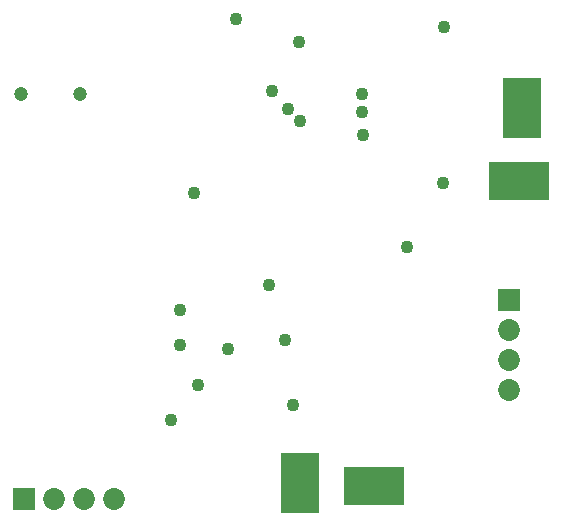
<source format=gbr>
G04*
G04 #@! TF.GenerationSoftware,Altium Limited,Altium Designer,24.9.1 (31)*
G04*
G04 Layer_Color=16711935*
%FSLAX44Y44*%
%MOMM*%
G71*
G04*
G04 #@! TF.SameCoordinates,A5FDB0DF-61DD-428A-86FC-16637F0B46B7*
G04*
G04*
G04 #@! TF.FilePolarity,Negative*
G04*
G01*
G75*
%ADD48C,1.2032*%
%ADD49R,5.2032X3.2032*%
%ADD50R,3.2032X5.2032*%
%ADD51R,1.8532X1.8532*%
%ADD52C,1.8532*%
%ADD53R,1.8532X1.8532*%
%ADD54C,1.0922*%
D48*
X703110Y895350D02*
D03*
X753110D02*
D03*
D49*
X1125220Y821690D02*
D03*
X1002030Y563880D02*
D03*
D50*
X1127760Y883920D02*
D03*
X939800Y566420D02*
D03*
D51*
X1116330Y721360D02*
D03*
D52*
Y695960D02*
D03*
Y670560D02*
D03*
Y645160D02*
D03*
X731520Y552450D02*
D03*
X756920D02*
D03*
X782320D02*
D03*
D53*
X706120D02*
D03*
D54*
X885190Y958850D02*
D03*
X939800Y872490D02*
D03*
X929640Y882650D02*
D03*
X938530Y939800D02*
D03*
X933450Y632460D02*
D03*
X853310Y649100D02*
D03*
X838200Y683260D02*
D03*
X878840Y679450D02*
D03*
X830580Y619760D02*
D03*
X838200Y712470D02*
D03*
X913130Y734060D02*
D03*
X927100Y687070D02*
D03*
X1029970Y765810D02*
D03*
X991870Y880110D02*
D03*
X993140Y861060D02*
D03*
X849630Y811530D02*
D03*
X915670Y897890D02*
D03*
X991870Y895350D02*
D03*
X1060450Y820420D02*
D03*
X1061720Y952500D02*
D03*
M02*

</source>
